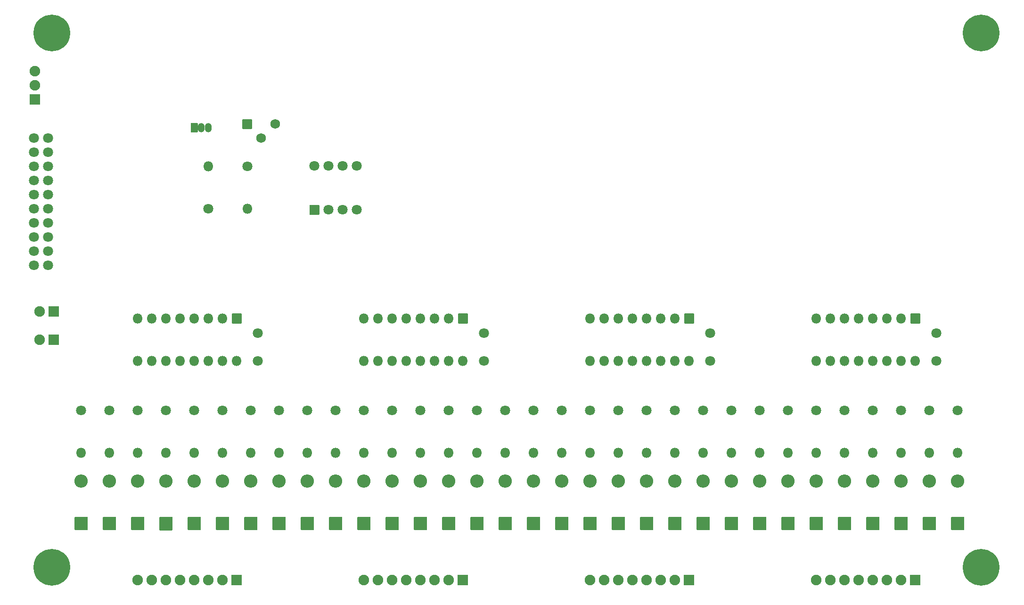
<source format=gts>
G04 #@! TF.GenerationSoftware,KiCad,Pcbnew,(5.1.9)-1*
G04 #@! TF.CreationDate,2022-10-07T19:38:49+09:00*
G04 #@! TF.ProjectId,touch_sensor_main,746f7563-685f-4736-956e-736f725f6d61,rev?*
G04 #@! TF.SameCoordinates,Original*
G04 #@! TF.FileFunction,Soldermask,Top*
G04 #@! TF.FilePolarity,Negative*
%FSLAX46Y46*%
G04 Gerber Fmt 4.6, Leading zero omitted, Abs format (unit mm)*
G04 Created by KiCad (PCBNEW (5.1.9)-1) date 2022-10-07 19:38:49*
%MOMM*%
%LPD*%
G01*
G04 APERTURE LIST*
%ADD10C,1.000000*%
%ADD11C,6.600000*%
%ADD12O,1.900000X1.900000*%
%ADD13O,1.800000X1.800000*%
%ADD14C,1.750000*%
%ADD15C,1.800000*%
%ADD16O,1.250000X1.700000*%
%ADD17C,1.805000*%
%ADD18O,2.400000X2.400000*%
G04 APERTURE END LIST*
D10*
X110697056Y-47302944D03*
X109000000Y-46600000D03*
X107302944Y-47302944D03*
X106600000Y-49000000D03*
X107302944Y-50697056D03*
X109000000Y-51400000D03*
X110697056Y-50697056D03*
X111400000Y-49000000D03*
D11*
X109000000Y-49000000D03*
D10*
X110697056Y-143302944D03*
X109000000Y-142600000D03*
X107302944Y-143302944D03*
X106600000Y-145000000D03*
X107302944Y-146697056D03*
X109000000Y-147400000D03*
X110697056Y-146697056D03*
X111400000Y-145000000D03*
D11*
X109000000Y-145000000D03*
D10*
X277697056Y-47302944D03*
X276000000Y-46600000D03*
X274302944Y-47302944D03*
X273600000Y-49000000D03*
X274302944Y-50697056D03*
X276000000Y-51400000D03*
X277697056Y-50697056D03*
X278400000Y-49000000D03*
D11*
X276000000Y-49000000D03*
D10*
X277697056Y-143302944D03*
X276000000Y-142600000D03*
X274302944Y-143302944D03*
X273600000Y-145000000D03*
X274302944Y-146697056D03*
X276000000Y-147400000D03*
X277697056Y-146697056D03*
X278400000Y-145000000D03*
D11*
X276000000Y-145000000D03*
D12*
X246380000Y-147320000D03*
X248920000Y-147320000D03*
X251460000Y-147320000D03*
X254000000Y-147320000D03*
X256540000Y-147320000D03*
X259080000Y-147320000D03*
X261620000Y-147320000D03*
G36*
G01*
X263310000Y-146370000D02*
X265010000Y-146370000D01*
G75*
G02*
X265110000Y-146470000I0J-100000D01*
G01*
X265110000Y-148170000D01*
G75*
G02*
X265010000Y-148270000I-100000J0D01*
G01*
X263310000Y-148270000D01*
G75*
G02*
X263210000Y-148170000I0J100000D01*
G01*
X263210000Y-146470000D01*
G75*
G02*
X263310000Y-146370000I100000J0D01*
G01*
G37*
G36*
G01*
X141440000Y-99430000D02*
X143040000Y-99430000D01*
G75*
G02*
X143140000Y-99530000I0J-100000D01*
G01*
X143140000Y-101130000D01*
G75*
G02*
X143040000Y-101230000I-100000J0D01*
G01*
X141440000Y-101230000D01*
G75*
G02*
X141340000Y-101130000I0J100000D01*
G01*
X141340000Y-99530000D01*
G75*
G02*
X141440000Y-99430000I100000J0D01*
G01*
G37*
D13*
X124460000Y-107950000D03*
X139700000Y-100330000D03*
X127000000Y-107950000D03*
X137160000Y-100330000D03*
X129540000Y-107950000D03*
X134620000Y-100330000D03*
X132080000Y-107950000D03*
X132080000Y-100330000D03*
X134620000Y-107950000D03*
X129540000Y-100330000D03*
X137160000Y-107950000D03*
X127000000Y-100330000D03*
X139700000Y-107950000D03*
X124460000Y-100330000D03*
X142240000Y-107950000D03*
X182880000Y-107950000D03*
X165100000Y-100330000D03*
X180340000Y-107950000D03*
X167640000Y-100330000D03*
X177800000Y-107950000D03*
X170180000Y-100330000D03*
X175260000Y-107950000D03*
X172720000Y-100330000D03*
X172720000Y-107950000D03*
X175260000Y-100330000D03*
X170180000Y-107950000D03*
X177800000Y-100330000D03*
X167640000Y-107950000D03*
X180340000Y-100330000D03*
X165100000Y-107950000D03*
G36*
G01*
X182080000Y-99430000D02*
X183680000Y-99430000D01*
G75*
G02*
X183780000Y-99530000I0J-100000D01*
G01*
X183780000Y-101130000D01*
G75*
G02*
X183680000Y-101230000I-100000J0D01*
G01*
X182080000Y-101230000D01*
G75*
G02*
X181980000Y-101130000I0J100000D01*
G01*
X181980000Y-99530000D01*
G75*
G02*
X182080000Y-99430000I100000J0D01*
G01*
G37*
X223520000Y-107950000D03*
X205740000Y-100330000D03*
X220980000Y-107950000D03*
X208280000Y-100330000D03*
X218440000Y-107950000D03*
X210820000Y-100330000D03*
X215900000Y-107950000D03*
X213360000Y-100330000D03*
X213360000Y-107950000D03*
X215900000Y-100330000D03*
X210820000Y-107950000D03*
X218440000Y-100330000D03*
X208280000Y-107950000D03*
X220980000Y-100330000D03*
X205740000Y-107950000D03*
G36*
G01*
X222720000Y-99430000D02*
X224320000Y-99430000D01*
G75*
G02*
X224420000Y-99530000I0J-100000D01*
G01*
X224420000Y-101130000D01*
G75*
G02*
X224320000Y-101230000I-100000J0D01*
G01*
X222720000Y-101230000D01*
G75*
G02*
X222620000Y-101130000I0J100000D01*
G01*
X222620000Y-99530000D01*
G75*
G02*
X222720000Y-99430000I100000J0D01*
G01*
G37*
X264160000Y-107950000D03*
X246380000Y-100330000D03*
X261620000Y-107950000D03*
X248920000Y-100330000D03*
X259080000Y-107950000D03*
X251460000Y-100330000D03*
X256540000Y-107950000D03*
X254000000Y-100330000D03*
X254000000Y-107950000D03*
X256540000Y-100330000D03*
X251460000Y-107950000D03*
X259080000Y-100330000D03*
X248920000Y-107950000D03*
X261620000Y-100330000D03*
X246380000Y-107950000D03*
G36*
G01*
X263360000Y-99430000D02*
X264960000Y-99430000D01*
G75*
G02*
X265060000Y-99530000I0J-100000D01*
G01*
X265060000Y-101130000D01*
G75*
G02*
X264960000Y-101230000I-100000J0D01*
G01*
X263360000Y-101230000D01*
G75*
G02*
X263260000Y-101130000I0J100000D01*
G01*
X263260000Y-99530000D01*
G75*
G02*
X263360000Y-99430000I100000J0D01*
G01*
G37*
D14*
X149145000Y-65405000D03*
G36*
G01*
X143270000Y-66180000D02*
X143270000Y-64630000D01*
G75*
G02*
X143370000Y-64530000I100000J0D01*
G01*
X144920000Y-64530000D01*
G75*
G02*
X145020000Y-64630000I0J-100000D01*
G01*
X145020000Y-66180000D01*
G75*
G02*
X144920000Y-66280000I-100000J0D01*
G01*
X143370000Y-66280000D01*
G75*
G02*
X143270000Y-66180000I0J100000D01*
G01*
G37*
X146645000Y-67905000D03*
D13*
X114300000Y-124460000D03*
D15*
X114300000Y-116840000D03*
D13*
X119380000Y-124460000D03*
D15*
X119380000Y-116840000D03*
D13*
X124460000Y-124460000D03*
D15*
X124460000Y-116840000D03*
D13*
X129540000Y-124460000D03*
D15*
X129540000Y-116840000D03*
D13*
X134620000Y-124460000D03*
D15*
X134620000Y-116840000D03*
D13*
X139700000Y-124460000D03*
D15*
X139700000Y-116840000D03*
D13*
X144780000Y-124460000D03*
D15*
X144780000Y-116840000D03*
D13*
X149860000Y-124460000D03*
D15*
X149860000Y-116840000D03*
D13*
X154940000Y-124460000D03*
D15*
X154940000Y-116840000D03*
D13*
X160020000Y-124460000D03*
D15*
X160020000Y-116840000D03*
D13*
X165100000Y-124460000D03*
D15*
X165100000Y-116840000D03*
D13*
X170180000Y-124460000D03*
D15*
X170180000Y-116840000D03*
D13*
X175260000Y-124460000D03*
D15*
X175260000Y-116840000D03*
D13*
X180340000Y-124460000D03*
D15*
X180340000Y-116840000D03*
D13*
X185420000Y-124460000D03*
D15*
X185420000Y-116840000D03*
D13*
X190500000Y-124460000D03*
D15*
X190500000Y-116840000D03*
D13*
X195580000Y-124460000D03*
D15*
X195580000Y-116840000D03*
D13*
X200660000Y-124460000D03*
D15*
X200660000Y-116840000D03*
D13*
X205740000Y-124460000D03*
D15*
X205740000Y-116840000D03*
D13*
X210820000Y-124460000D03*
D15*
X210820000Y-116840000D03*
D13*
X215900000Y-124460000D03*
D15*
X215900000Y-116840000D03*
D13*
X220980000Y-124460000D03*
D15*
X220980000Y-116840000D03*
D13*
X226060000Y-124460000D03*
D15*
X226060000Y-116840000D03*
D13*
X231140000Y-124460000D03*
D15*
X231140000Y-116840000D03*
D13*
X236220000Y-124460000D03*
D15*
X236220000Y-116840000D03*
D13*
X241300000Y-124460000D03*
D15*
X241300000Y-116840000D03*
D13*
X246380000Y-124460000D03*
D15*
X246380000Y-116840000D03*
D13*
X251460000Y-124460000D03*
D15*
X251460000Y-116840000D03*
D13*
X256540000Y-124460000D03*
D15*
X256540000Y-116840000D03*
D13*
X261620000Y-124460000D03*
D15*
X261620000Y-116840000D03*
X266700000Y-116840000D03*
D13*
X266700000Y-124460000D03*
X271780000Y-124460000D03*
D15*
X271780000Y-116840000D03*
D13*
X137160000Y-73025000D03*
D15*
X137160000Y-80645000D03*
D13*
X144145000Y-80645000D03*
D15*
X144145000Y-73025000D03*
G36*
G01*
X133995000Y-66790000D02*
X133995000Y-65290000D01*
G75*
G02*
X134095000Y-65190000I100000J0D01*
G01*
X135145000Y-65190000D01*
G75*
G02*
X135245000Y-65290000I0J-100000D01*
G01*
X135245000Y-66790000D01*
G75*
G02*
X135145000Y-66890000I-100000J0D01*
G01*
X134095000Y-66890000D01*
G75*
G02*
X133995000Y-66790000I0J100000D01*
G01*
G37*
D16*
X137160000Y-66040000D03*
X135890000Y-66040000D03*
D12*
X124460000Y-147320000D03*
X127000000Y-147320000D03*
X129540000Y-147320000D03*
X132080000Y-147320000D03*
X134620000Y-147320000D03*
X137160000Y-147320000D03*
X139700000Y-147320000D03*
G36*
G01*
X141390000Y-146370000D02*
X143090000Y-146370000D01*
G75*
G02*
X143190000Y-146470000I0J-100000D01*
G01*
X143190000Y-148170000D01*
G75*
G02*
X143090000Y-148270000I-100000J0D01*
G01*
X141390000Y-148270000D01*
G75*
G02*
X141290000Y-148170000I0J100000D01*
G01*
X141290000Y-146470000D01*
G75*
G02*
X141390000Y-146370000I100000J0D01*
G01*
G37*
G36*
G01*
X182030000Y-146370000D02*
X183730000Y-146370000D01*
G75*
G02*
X183830000Y-146470000I0J-100000D01*
G01*
X183830000Y-148170000D01*
G75*
G02*
X183730000Y-148270000I-100000J0D01*
G01*
X182030000Y-148270000D01*
G75*
G02*
X181930000Y-148170000I0J100000D01*
G01*
X181930000Y-146470000D01*
G75*
G02*
X182030000Y-146370000I100000J0D01*
G01*
G37*
X180340000Y-147320000D03*
X177800000Y-147320000D03*
X175260000Y-147320000D03*
X172720000Y-147320000D03*
X170180000Y-147320000D03*
X167640000Y-147320000D03*
X165100000Y-147320000D03*
X205740000Y-147320000D03*
X208280000Y-147320000D03*
X210820000Y-147320000D03*
X213360000Y-147320000D03*
X215900000Y-147320000D03*
X218440000Y-147320000D03*
X220980000Y-147320000D03*
G36*
G01*
X222670000Y-146370000D02*
X224370000Y-146370000D01*
G75*
G02*
X224470000Y-146470000I0J-100000D01*
G01*
X224470000Y-148170000D01*
G75*
G02*
X224370000Y-148270000I-100000J0D01*
G01*
X222670000Y-148270000D01*
G75*
G02*
X222570000Y-148170000I0J100000D01*
G01*
X222570000Y-146470000D01*
G75*
G02*
X222670000Y-146370000I100000J0D01*
G01*
G37*
X106000000Y-55880000D03*
X106000000Y-58420000D03*
G36*
G01*
X106950000Y-60110000D02*
X106950000Y-61810000D01*
G75*
G02*
X106850000Y-61910000I-100000J0D01*
G01*
X105150000Y-61910000D01*
G75*
G02*
X105050000Y-61810000I0J100000D01*
G01*
X105050000Y-60110000D01*
G75*
G02*
X105150000Y-60010000I100000J0D01*
G01*
X106850000Y-60010000D01*
G75*
G02*
X106950000Y-60110000I0J-100000D01*
G01*
G37*
X106840000Y-104140000D03*
G36*
G01*
X108530000Y-103190000D02*
X110230000Y-103190000D01*
G75*
G02*
X110330000Y-103290000I0J-100000D01*
G01*
X110330000Y-104990000D01*
G75*
G02*
X110230000Y-105090000I-100000J0D01*
G01*
X108530000Y-105090000D01*
G75*
G02*
X108430000Y-104990000I0J100000D01*
G01*
X108430000Y-103290000D01*
G75*
G02*
X108530000Y-103190000I100000J0D01*
G01*
G37*
X106840000Y-99060000D03*
G36*
G01*
X108530000Y-98110000D02*
X110230000Y-98110000D01*
G75*
G02*
X110330000Y-98210000I0J-100000D01*
G01*
X110330000Y-99910000D01*
G75*
G02*
X110230000Y-100010000I-100000J0D01*
G01*
X108530000Y-100010000D01*
G75*
G02*
X108430000Y-99910000I0J100000D01*
G01*
X108430000Y-98210000D01*
G75*
G02*
X108530000Y-98110000I100000J0D01*
G01*
G37*
D17*
X108380000Y-90805000D03*
X105840000Y-90805000D03*
X108380000Y-88265000D03*
X105840000Y-88265000D03*
X108380000Y-85725000D03*
X105840000Y-85725000D03*
X108380000Y-83185000D03*
X105840000Y-83185000D03*
X108380000Y-80645000D03*
X105840000Y-80645000D03*
X108380000Y-78105000D03*
X105840000Y-78105000D03*
X108380000Y-75565000D03*
X105840000Y-75565000D03*
X108380000Y-73025000D03*
X105840000Y-73025000D03*
X108380000Y-70485000D03*
X105840000Y-70485000D03*
X108380000Y-67945000D03*
X105840000Y-67945000D03*
D15*
X156210000Y-72865000D03*
X158750000Y-72865000D03*
X161290000Y-72865000D03*
X163830000Y-72865000D03*
X163830000Y-80805000D03*
X161290000Y-80805000D03*
X158750000Y-80805000D03*
G36*
G01*
X157010000Y-81705000D02*
X155410000Y-81705000D01*
G75*
G02*
X155310000Y-81605000I0J100000D01*
G01*
X155310000Y-80005000D01*
G75*
G02*
X155410000Y-79905000I100000J0D01*
G01*
X157010000Y-79905000D01*
G75*
G02*
X157110000Y-80005000I0J-100000D01*
G01*
X157110000Y-81605000D01*
G75*
G02*
X157010000Y-81705000I-100000J0D01*
G01*
G37*
D18*
X114300000Y-129540000D03*
G36*
G01*
X115400000Y-138360000D02*
X113200000Y-138360000D01*
G75*
G02*
X113100000Y-138260000I0J100000D01*
G01*
X113100000Y-136060000D01*
G75*
G02*
X113200000Y-135960000I100000J0D01*
G01*
X115400000Y-135960000D01*
G75*
G02*
X115500000Y-136060000I0J-100000D01*
G01*
X115500000Y-138260000D01*
G75*
G02*
X115400000Y-138360000I-100000J0D01*
G01*
G37*
X119380000Y-129540000D03*
G36*
G01*
X120480000Y-138360000D02*
X118280000Y-138360000D01*
G75*
G02*
X118180000Y-138260000I0J100000D01*
G01*
X118180000Y-136060000D01*
G75*
G02*
X118280000Y-135960000I100000J0D01*
G01*
X120480000Y-135960000D01*
G75*
G02*
X120580000Y-136060000I0J-100000D01*
G01*
X120580000Y-138260000D01*
G75*
G02*
X120480000Y-138360000I-100000J0D01*
G01*
G37*
X124460000Y-129540000D03*
G36*
G01*
X125560000Y-138360000D02*
X123360000Y-138360000D01*
G75*
G02*
X123260000Y-138260000I0J100000D01*
G01*
X123260000Y-136060000D01*
G75*
G02*
X123360000Y-135960000I100000J0D01*
G01*
X125560000Y-135960000D01*
G75*
G02*
X125660000Y-136060000I0J-100000D01*
G01*
X125660000Y-138260000D01*
G75*
G02*
X125560000Y-138360000I-100000J0D01*
G01*
G37*
X129540000Y-129570000D03*
G36*
G01*
X130640000Y-138390000D02*
X128440000Y-138390000D01*
G75*
G02*
X128340000Y-138290000I0J100000D01*
G01*
X128340000Y-136090000D01*
G75*
G02*
X128440000Y-135990000I100000J0D01*
G01*
X130640000Y-135990000D01*
G75*
G02*
X130740000Y-136090000I0J-100000D01*
G01*
X130740000Y-138290000D01*
G75*
G02*
X130640000Y-138390000I-100000J0D01*
G01*
G37*
X134620000Y-129540000D03*
G36*
G01*
X135720000Y-138360000D02*
X133520000Y-138360000D01*
G75*
G02*
X133420000Y-138260000I0J100000D01*
G01*
X133420000Y-136060000D01*
G75*
G02*
X133520000Y-135960000I100000J0D01*
G01*
X135720000Y-135960000D01*
G75*
G02*
X135820000Y-136060000I0J-100000D01*
G01*
X135820000Y-138260000D01*
G75*
G02*
X135720000Y-138360000I-100000J0D01*
G01*
G37*
X139700000Y-129540000D03*
G36*
G01*
X140800000Y-138360000D02*
X138600000Y-138360000D01*
G75*
G02*
X138500000Y-138260000I0J100000D01*
G01*
X138500000Y-136060000D01*
G75*
G02*
X138600000Y-135960000I100000J0D01*
G01*
X140800000Y-135960000D01*
G75*
G02*
X140900000Y-136060000I0J-100000D01*
G01*
X140900000Y-138260000D01*
G75*
G02*
X140800000Y-138360000I-100000J0D01*
G01*
G37*
X144780000Y-129540000D03*
G36*
G01*
X145880000Y-138360000D02*
X143680000Y-138360000D01*
G75*
G02*
X143580000Y-138260000I0J100000D01*
G01*
X143580000Y-136060000D01*
G75*
G02*
X143680000Y-135960000I100000J0D01*
G01*
X145880000Y-135960000D01*
G75*
G02*
X145980000Y-136060000I0J-100000D01*
G01*
X145980000Y-138260000D01*
G75*
G02*
X145880000Y-138360000I-100000J0D01*
G01*
G37*
X149860000Y-129540000D03*
G36*
G01*
X150960000Y-138360000D02*
X148760000Y-138360000D01*
G75*
G02*
X148660000Y-138260000I0J100000D01*
G01*
X148660000Y-136060000D01*
G75*
G02*
X148760000Y-135960000I100000J0D01*
G01*
X150960000Y-135960000D01*
G75*
G02*
X151060000Y-136060000I0J-100000D01*
G01*
X151060000Y-138260000D01*
G75*
G02*
X150960000Y-138360000I-100000J0D01*
G01*
G37*
X154940000Y-129540000D03*
G36*
G01*
X156040000Y-138360000D02*
X153840000Y-138360000D01*
G75*
G02*
X153740000Y-138260000I0J100000D01*
G01*
X153740000Y-136060000D01*
G75*
G02*
X153840000Y-135960000I100000J0D01*
G01*
X156040000Y-135960000D01*
G75*
G02*
X156140000Y-136060000I0J-100000D01*
G01*
X156140000Y-138260000D01*
G75*
G02*
X156040000Y-138360000I-100000J0D01*
G01*
G37*
X160020000Y-129540000D03*
G36*
G01*
X161120000Y-138360000D02*
X158920000Y-138360000D01*
G75*
G02*
X158820000Y-138260000I0J100000D01*
G01*
X158820000Y-136060000D01*
G75*
G02*
X158920000Y-135960000I100000J0D01*
G01*
X161120000Y-135960000D01*
G75*
G02*
X161220000Y-136060000I0J-100000D01*
G01*
X161220000Y-138260000D01*
G75*
G02*
X161120000Y-138360000I-100000J0D01*
G01*
G37*
X165100000Y-129540000D03*
G36*
G01*
X166200000Y-138360000D02*
X164000000Y-138360000D01*
G75*
G02*
X163900000Y-138260000I0J100000D01*
G01*
X163900000Y-136060000D01*
G75*
G02*
X164000000Y-135960000I100000J0D01*
G01*
X166200000Y-135960000D01*
G75*
G02*
X166300000Y-136060000I0J-100000D01*
G01*
X166300000Y-138260000D01*
G75*
G02*
X166200000Y-138360000I-100000J0D01*
G01*
G37*
X170180000Y-129540000D03*
G36*
G01*
X171280000Y-138360000D02*
X169080000Y-138360000D01*
G75*
G02*
X168980000Y-138260000I0J100000D01*
G01*
X168980000Y-136060000D01*
G75*
G02*
X169080000Y-135960000I100000J0D01*
G01*
X171280000Y-135960000D01*
G75*
G02*
X171380000Y-136060000I0J-100000D01*
G01*
X171380000Y-138260000D01*
G75*
G02*
X171280000Y-138360000I-100000J0D01*
G01*
G37*
X175260000Y-129540000D03*
G36*
G01*
X176360000Y-138360000D02*
X174160000Y-138360000D01*
G75*
G02*
X174060000Y-138260000I0J100000D01*
G01*
X174060000Y-136060000D01*
G75*
G02*
X174160000Y-135960000I100000J0D01*
G01*
X176360000Y-135960000D01*
G75*
G02*
X176460000Y-136060000I0J-100000D01*
G01*
X176460000Y-138260000D01*
G75*
G02*
X176360000Y-138360000I-100000J0D01*
G01*
G37*
X180340000Y-129540000D03*
G36*
G01*
X181440000Y-138360000D02*
X179240000Y-138360000D01*
G75*
G02*
X179140000Y-138260000I0J100000D01*
G01*
X179140000Y-136060000D01*
G75*
G02*
X179240000Y-135960000I100000J0D01*
G01*
X181440000Y-135960000D01*
G75*
G02*
X181540000Y-136060000I0J-100000D01*
G01*
X181540000Y-138260000D01*
G75*
G02*
X181440000Y-138360000I-100000J0D01*
G01*
G37*
X185420000Y-129540000D03*
G36*
G01*
X186520000Y-138360000D02*
X184320000Y-138360000D01*
G75*
G02*
X184220000Y-138260000I0J100000D01*
G01*
X184220000Y-136060000D01*
G75*
G02*
X184320000Y-135960000I100000J0D01*
G01*
X186520000Y-135960000D01*
G75*
G02*
X186620000Y-136060000I0J-100000D01*
G01*
X186620000Y-138260000D01*
G75*
G02*
X186520000Y-138360000I-100000J0D01*
G01*
G37*
X190500000Y-129540000D03*
G36*
G01*
X191600000Y-138360000D02*
X189400000Y-138360000D01*
G75*
G02*
X189300000Y-138260000I0J100000D01*
G01*
X189300000Y-136060000D01*
G75*
G02*
X189400000Y-135960000I100000J0D01*
G01*
X191600000Y-135960000D01*
G75*
G02*
X191700000Y-136060000I0J-100000D01*
G01*
X191700000Y-138260000D01*
G75*
G02*
X191600000Y-138360000I-100000J0D01*
G01*
G37*
X195580000Y-129540000D03*
G36*
G01*
X196680000Y-138360000D02*
X194480000Y-138360000D01*
G75*
G02*
X194380000Y-138260000I0J100000D01*
G01*
X194380000Y-136060000D01*
G75*
G02*
X194480000Y-135960000I100000J0D01*
G01*
X196680000Y-135960000D01*
G75*
G02*
X196780000Y-136060000I0J-100000D01*
G01*
X196780000Y-138260000D01*
G75*
G02*
X196680000Y-138360000I-100000J0D01*
G01*
G37*
X200660000Y-129540000D03*
G36*
G01*
X201760000Y-138360000D02*
X199560000Y-138360000D01*
G75*
G02*
X199460000Y-138260000I0J100000D01*
G01*
X199460000Y-136060000D01*
G75*
G02*
X199560000Y-135960000I100000J0D01*
G01*
X201760000Y-135960000D01*
G75*
G02*
X201860000Y-136060000I0J-100000D01*
G01*
X201860000Y-138260000D01*
G75*
G02*
X201760000Y-138360000I-100000J0D01*
G01*
G37*
X205740000Y-129540000D03*
G36*
G01*
X206840000Y-138360000D02*
X204640000Y-138360000D01*
G75*
G02*
X204540000Y-138260000I0J100000D01*
G01*
X204540000Y-136060000D01*
G75*
G02*
X204640000Y-135960000I100000J0D01*
G01*
X206840000Y-135960000D01*
G75*
G02*
X206940000Y-136060000I0J-100000D01*
G01*
X206940000Y-138260000D01*
G75*
G02*
X206840000Y-138360000I-100000J0D01*
G01*
G37*
X210820000Y-129540000D03*
G36*
G01*
X211920000Y-138360000D02*
X209720000Y-138360000D01*
G75*
G02*
X209620000Y-138260000I0J100000D01*
G01*
X209620000Y-136060000D01*
G75*
G02*
X209720000Y-135960000I100000J0D01*
G01*
X211920000Y-135960000D01*
G75*
G02*
X212020000Y-136060000I0J-100000D01*
G01*
X212020000Y-138260000D01*
G75*
G02*
X211920000Y-138360000I-100000J0D01*
G01*
G37*
X215900000Y-129540000D03*
G36*
G01*
X217000000Y-138360000D02*
X214800000Y-138360000D01*
G75*
G02*
X214700000Y-138260000I0J100000D01*
G01*
X214700000Y-136060000D01*
G75*
G02*
X214800000Y-135960000I100000J0D01*
G01*
X217000000Y-135960000D01*
G75*
G02*
X217100000Y-136060000I0J-100000D01*
G01*
X217100000Y-138260000D01*
G75*
G02*
X217000000Y-138360000I-100000J0D01*
G01*
G37*
X220980000Y-129540000D03*
G36*
G01*
X222080000Y-138360000D02*
X219880000Y-138360000D01*
G75*
G02*
X219780000Y-138260000I0J100000D01*
G01*
X219780000Y-136060000D01*
G75*
G02*
X219880000Y-135960000I100000J0D01*
G01*
X222080000Y-135960000D01*
G75*
G02*
X222180000Y-136060000I0J-100000D01*
G01*
X222180000Y-138260000D01*
G75*
G02*
X222080000Y-138360000I-100000J0D01*
G01*
G37*
X226060000Y-129540000D03*
G36*
G01*
X227160000Y-138360000D02*
X224960000Y-138360000D01*
G75*
G02*
X224860000Y-138260000I0J100000D01*
G01*
X224860000Y-136060000D01*
G75*
G02*
X224960000Y-135960000I100000J0D01*
G01*
X227160000Y-135960000D01*
G75*
G02*
X227260000Y-136060000I0J-100000D01*
G01*
X227260000Y-138260000D01*
G75*
G02*
X227160000Y-138360000I-100000J0D01*
G01*
G37*
X231140000Y-129540000D03*
G36*
G01*
X232240000Y-138360000D02*
X230040000Y-138360000D01*
G75*
G02*
X229940000Y-138260000I0J100000D01*
G01*
X229940000Y-136060000D01*
G75*
G02*
X230040000Y-135960000I100000J0D01*
G01*
X232240000Y-135960000D01*
G75*
G02*
X232340000Y-136060000I0J-100000D01*
G01*
X232340000Y-138260000D01*
G75*
G02*
X232240000Y-138360000I-100000J0D01*
G01*
G37*
X236220000Y-129540000D03*
G36*
G01*
X237320000Y-138360000D02*
X235120000Y-138360000D01*
G75*
G02*
X235020000Y-138260000I0J100000D01*
G01*
X235020000Y-136060000D01*
G75*
G02*
X235120000Y-135960000I100000J0D01*
G01*
X237320000Y-135960000D01*
G75*
G02*
X237420000Y-136060000I0J-100000D01*
G01*
X237420000Y-138260000D01*
G75*
G02*
X237320000Y-138360000I-100000J0D01*
G01*
G37*
X241300000Y-129540000D03*
G36*
G01*
X242400000Y-138360000D02*
X240200000Y-138360000D01*
G75*
G02*
X240100000Y-138260000I0J100000D01*
G01*
X240100000Y-136060000D01*
G75*
G02*
X240200000Y-135960000I100000J0D01*
G01*
X242400000Y-135960000D01*
G75*
G02*
X242500000Y-136060000I0J-100000D01*
G01*
X242500000Y-138260000D01*
G75*
G02*
X242400000Y-138360000I-100000J0D01*
G01*
G37*
X246380000Y-129540000D03*
G36*
G01*
X247480000Y-138360000D02*
X245280000Y-138360000D01*
G75*
G02*
X245180000Y-138260000I0J100000D01*
G01*
X245180000Y-136060000D01*
G75*
G02*
X245280000Y-135960000I100000J0D01*
G01*
X247480000Y-135960000D01*
G75*
G02*
X247580000Y-136060000I0J-100000D01*
G01*
X247580000Y-138260000D01*
G75*
G02*
X247480000Y-138360000I-100000J0D01*
G01*
G37*
X251460000Y-129540000D03*
G36*
G01*
X252560000Y-138360000D02*
X250360000Y-138360000D01*
G75*
G02*
X250260000Y-138260000I0J100000D01*
G01*
X250260000Y-136060000D01*
G75*
G02*
X250360000Y-135960000I100000J0D01*
G01*
X252560000Y-135960000D01*
G75*
G02*
X252660000Y-136060000I0J-100000D01*
G01*
X252660000Y-138260000D01*
G75*
G02*
X252560000Y-138360000I-100000J0D01*
G01*
G37*
X256540000Y-129540000D03*
G36*
G01*
X257640000Y-138360000D02*
X255440000Y-138360000D01*
G75*
G02*
X255340000Y-138260000I0J100000D01*
G01*
X255340000Y-136060000D01*
G75*
G02*
X255440000Y-135960000I100000J0D01*
G01*
X257640000Y-135960000D01*
G75*
G02*
X257740000Y-136060000I0J-100000D01*
G01*
X257740000Y-138260000D01*
G75*
G02*
X257640000Y-138360000I-100000J0D01*
G01*
G37*
X261620000Y-129540000D03*
G36*
G01*
X262720000Y-138360000D02*
X260520000Y-138360000D01*
G75*
G02*
X260420000Y-138260000I0J100000D01*
G01*
X260420000Y-136060000D01*
G75*
G02*
X260520000Y-135960000I100000J0D01*
G01*
X262720000Y-135960000D01*
G75*
G02*
X262820000Y-136060000I0J-100000D01*
G01*
X262820000Y-138260000D01*
G75*
G02*
X262720000Y-138360000I-100000J0D01*
G01*
G37*
X266700000Y-129540000D03*
G36*
G01*
X267800000Y-138360000D02*
X265600000Y-138360000D01*
G75*
G02*
X265500000Y-138260000I0J100000D01*
G01*
X265500000Y-136060000D01*
G75*
G02*
X265600000Y-135960000I100000J0D01*
G01*
X267800000Y-135960000D01*
G75*
G02*
X267900000Y-136060000I0J-100000D01*
G01*
X267900000Y-138260000D01*
G75*
G02*
X267800000Y-138360000I-100000J0D01*
G01*
G37*
X271780000Y-129540000D03*
G36*
G01*
X272880000Y-138360000D02*
X270680000Y-138360000D01*
G75*
G02*
X270580000Y-138260000I0J100000D01*
G01*
X270580000Y-136060000D01*
G75*
G02*
X270680000Y-135960000I100000J0D01*
G01*
X272880000Y-135960000D01*
G75*
G02*
X272980000Y-136060000I0J-100000D01*
G01*
X272980000Y-138260000D01*
G75*
G02*
X272880000Y-138360000I-100000J0D01*
G01*
G37*
D15*
X146050000Y-107950000D03*
X146050000Y-102950000D03*
X186690000Y-102950000D03*
X186690000Y-107950000D03*
X227330000Y-102950000D03*
X227330000Y-107950000D03*
X267970000Y-102950000D03*
X267970000Y-107950000D03*
M02*

</source>
